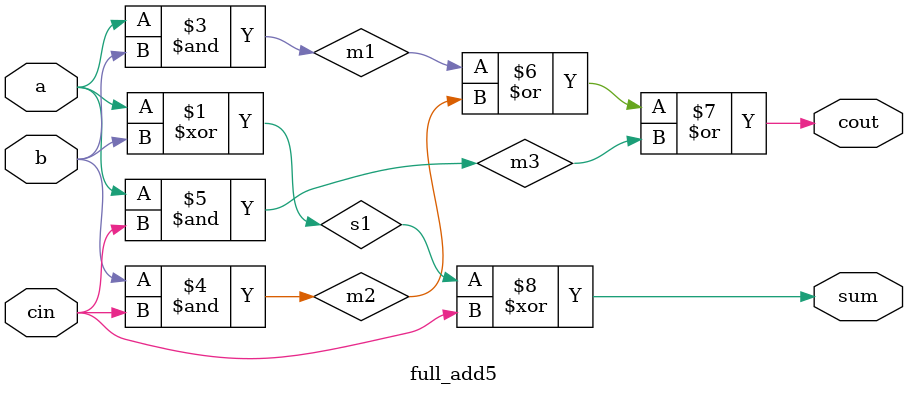
<source format=v>
module full_add5(a,b,cin,sum,cout);
input a,b,cin;
output sum,cout;
reg cout,m1,m2,m3;        		//ÔÚalways¿éÖÐ±»¸³ÖµµÄ±äÁ¿Ó¦¶¨ÒåÎªregÐÍ
wire s1;
xor x1(s1,a,b);       			//µ÷ÓÃÃÅÔª¼þ
always @(a or b or cin)   		//always¿éÓï¾ä
  	begin
m1 = a & b;
m2 = b & cin;
m3 = a & cin;
cout = (m1| m2) | m3;
end
assign sum = s1 ^ cin; 			//assign³ÖÐø¸³ÖµÓï¾ä
endmodule

</source>
